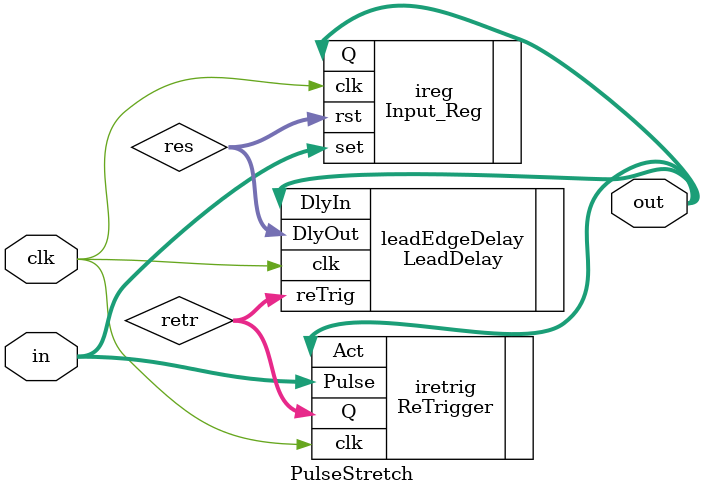
<source format=v>
`timescale 1ns / 1ps


module PulseStretch#(
 parameter STAGES=4,
 parameter WIDTH=48
 )(
    input [WIDTH-1:0] in,
    input clk,
    output [WIDTH-1:0] out
    );
    
    wire [WIDTH-1:0] res,InLtch,retr;
//    wire clk;
    
    Input_Reg #(
        .WIDTH(WIDTH)
        )ireg(  //Input latch for rising edges
    .set(in[WIDTH-1:0]),
    .rst(res),
    .clk(clk),
    .Q(out)
    );
    
    ReTrigger #(
        .WIDTH(WIDTH)
        )iretrig(  //Create retriggerability
    .Pulse(in[WIDTH-1:0]),
    .Act(out),
    .clk(clk),
    .Q(retr)
    );
    
    LeadDelay #(   // Pulse width extrension, using 200MHz clock.
     .STAGES(STAGES),  //Number of 5ns increments for delay
     .WIDTH(WIDTH)
     )leadEdgeDelay(
        .DlyIn(out),
        .reTrig(retr),    
        .DlyOut(res),
        .clk(clk)
        );
endmodule

</source>
